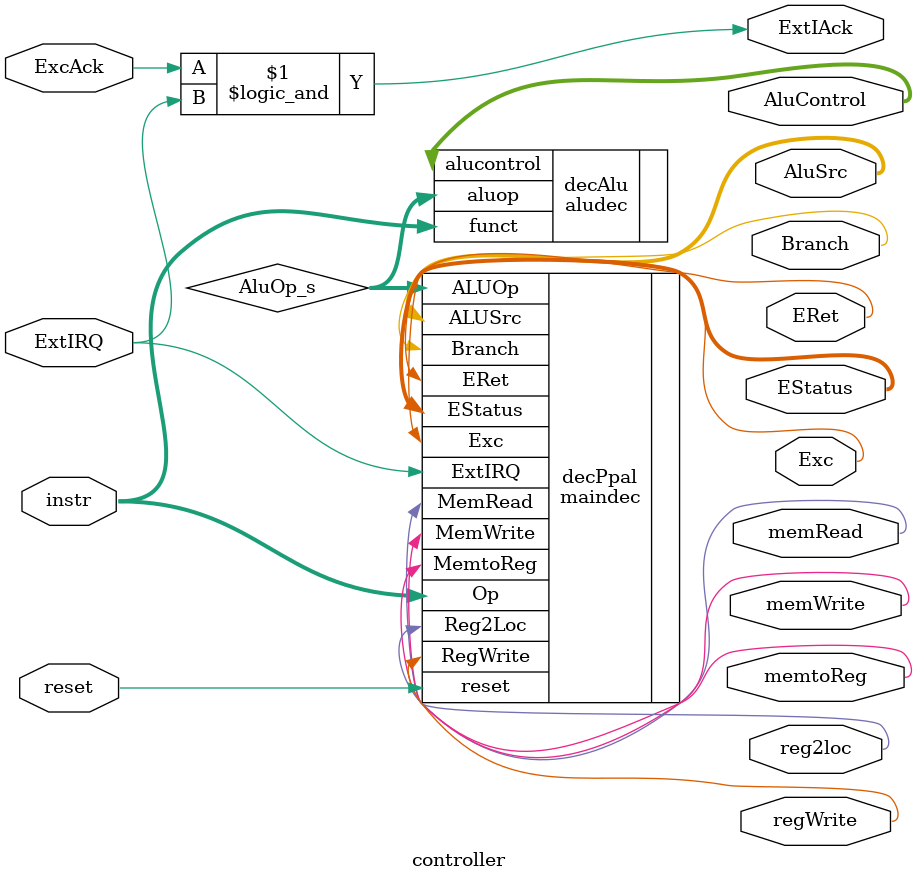
<source format=sv>

module controller(
	input logic [10:0] instr,
	input logic reset, ExcAck, ExtIRQ,

	output logic [3:0] AluControl,
	output logic [1:0] AluSrc,
	output logic reg2loc, regWrite, Branch,
					memtoReg, memRead, memWrite,

	output logic ExtIAck, ERet, Exc,
	output logic [3:0] EStatus
	);

	logic [1:0] AluOp_s;

	maindec decPpal(
		.Op(instr),
		.reset(reset),
		.ExtIRQ(ExtIRQ),
		.Reg2Loc(reg2loc),
		.ALUSrc(AluSrc),
		.MemtoReg(memtoReg),
		.RegWrite(regWrite),
		.MemRead(memRead),
		.MemWrite(memWrite),
		.Branch(Branch),
		.ALUOp(AluOp_s),
		.Exc(Exc),
		.ERet(ERet),
		.EStatus(EStatus)
	);

	aludec decAlu(
		.funct(instr),
		.aluop(AluOp_s),
		.alucontrol(AluControl)
	);

	assign ExtIAck = ExcAck && ExtIRQ;

endmodule

</source>
